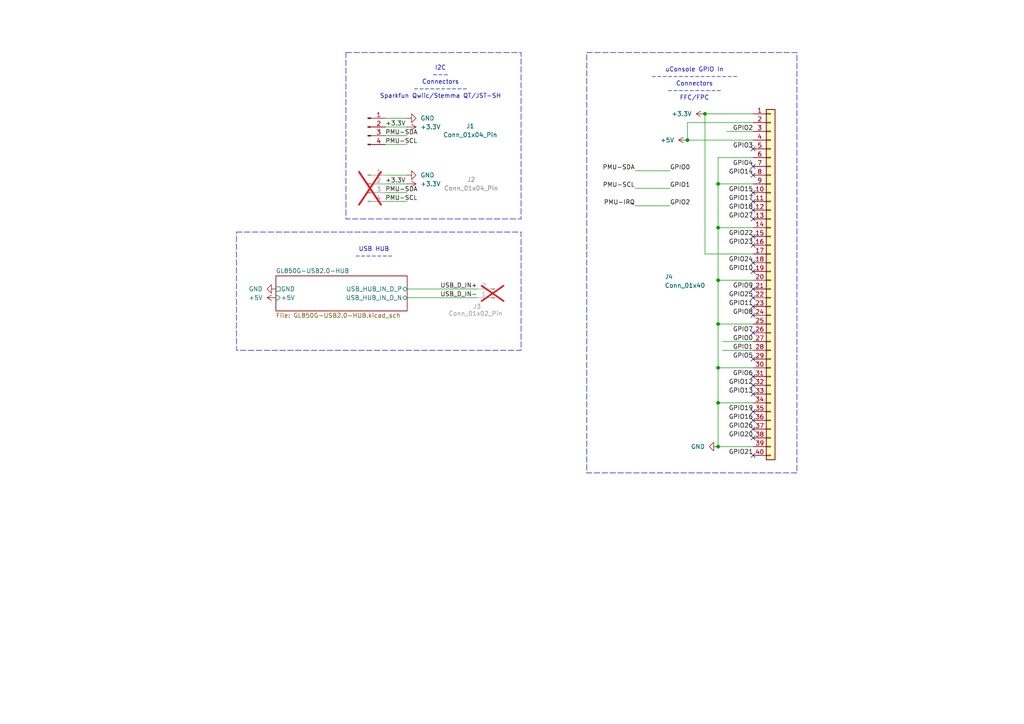
<source format=kicad_sch>
(kicad_sch (version 20231120) (generator "eeschema") (generator_version "8.0")
  (paper "A4")
  (lib_symbols
    (symbol "Connector:Conn_01x02_Pin" (pin_names (offset 1.016) hide)
      (property "Reference" "J" (at 0 2.54 0))
      (property "Value" "Conn_01x02_Pin" (at 0 -5.08 0))
      (symbol "Conn_01x02_Pin_1_1"
        (polyline (pts (xy 1.27 -2.54) (xy 0.8636 -2.54)) (stroke (width 0.1524)))
        (polyline (pts (xy 1.27 0) (xy 0.8636 0)) (stroke (width 0.1524)))
        (rectangle (start 0.8636 -2.413) (end 0 -2.667) (stroke (width 0.1524)) (fill (type outline)))
        (rectangle (start 0.8636 0.127) (end 0 -0.127) (stroke (width 0.1524)) (fill (type outline)))
        (pin passive line (at 5.08 0 180) (length 3.81) (name "Pin_1") (number "1"))
        (pin passive line (at 5.08 -2.54 180) (length 3.81) (name "Pin_2") (number "2"))
      )
    )
    (symbol "Connector:Conn_01x04_Pin" (pin_names (offset 1.016) hide)
      (property "Reference" "J" (at 0 5.08 0))
      (property "Value" "Conn_01x04_Pin" (at 0 -7.62 0))
      (symbol "Conn_01x04_Pin_1_1"
        (polyline (pts (xy 1.27 -5.08) (xy 0.8636 -5.08)) (stroke (width 0.1524)))
        (polyline (pts (xy 1.27 -2.54) (xy 0.8636 -2.54)) (stroke (width 0.1524)))
        (polyline (pts (xy 1.27 0) (xy 0.8636 0)) (stroke (width 0.1524)))
        (polyline (pts (xy 1.27 2.54) (xy 0.8636 2.54)) (stroke (width 0.1524)))
        (rectangle (start 0.8636 -4.953) (end 0 -5.207) (stroke (width 0.1524)) (fill (type outline)))
        (rectangle (start 0.8636 -2.413) (end 0 -2.667) (stroke (width 0.1524)) (fill (type outline)))
        (rectangle (start 0.8636 0.127) (end 0 -0.127) (stroke (width 0.1524)) (fill (type outline)))
        (rectangle (start 0.8636 2.667) (end 0 2.413) (stroke (width 0.1524)) (fill (type outline)))
        (pin passive line (at 5.08 2.54 180) (length 3.81) (name "Pin_1") (number "1"))
        (pin passive line (at 5.08 0 180) (length 3.81) (name "Pin_2") (number "2"))
        (pin passive line (at 5.08 -2.54 180) (length 3.81) (name "Pin_3") (number "3"))
        (pin passive line (at 5.08 -5.08 180) (length 3.81) (name "Pin_4") (number "4"))
      )
    )
    (symbol "Connector_Generic:Conn_01x40" (pin_names (offset 1.016) hide)
      (property "Reference" "J" (at 0 50.8 0))
      (property "Value" "Conn_01x40" (at 0 -53.34 0))
      (symbol "Conn_01x40_1_1"
        (rectangle (start -1.27 -50.673) (end 0 -50.927) (stroke (width 0.1524)))
        (rectangle (start -1.27 -48.133) (end 0 -48.387) (stroke (width 0.1524)))
        (rectangle (start -1.27 -45.593) (end 0 -45.847) (stroke (width 0.1524)))
        (rectangle (start -1.27 -43.053) (end 0 -43.307) (stroke (width 0.1524)))
        (rectangle (start -1.27 -40.513) (end 0 -40.767) (stroke (width 0.1524)))
        (rectangle (start -1.27 -37.973) (end 0 -38.227) (stroke (width 0.1524)))
        (rectangle (start -1.27 -35.433) (end 0 -35.687) (stroke (width 0.1524)))
        (rectangle (start -1.27 -32.893) (end 0 -33.147) (stroke (width 0.1524)))
        (rectangle (start -1.27 -30.353) (end 0 -30.607) (stroke (width 0.1524)))
        (rectangle (start -1.27 -27.813) (end 0 -28.067) (stroke (width 0.1524)))
        (rectangle (start -1.27 -25.273) (end 0 -25.527) (stroke (width 0.1524)))
        (rectangle (start -1.27 -22.733) (end 0 -22.987) (stroke (width 0.1524)))
        (rectangle (start -1.27 -20.193) (end 0 -20.447) (stroke (width 0.1524)))
        (rectangle (start -1.27 -17.653) (end 0 -17.907) (stroke (width 0.1524)))
        (rectangle (start -1.27 -15.113) (end 0 -15.367) (stroke (width 0.1524)))
        (rectangle (start -1.27 -12.573) (end 0 -12.827) (stroke (width 0.1524)))
        (rectangle (start -1.27 -10.033) (end 0 -10.287) (stroke (width 0.1524)))
        (rectangle (start -1.27 -7.493) (end 0 -7.747) (stroke (width 0.1524)))
        (rectangle (start -1.27 -4.953) (end 0 -5.207) (stroke (width 0.1524)))
        (rectangle (start -1.27 -2.413) (end 0 -2.667) (stroke (width 0.1524)))
        (rectangle (start -1.27 0.127) (end 0 -0.127) (stroke (width 0.1524)))
        (rectangle (start -1.27 2.667) (end 0 2.413) (stroke (width 0.1524)))
        (rectangle (start -1.27 5.207) (end 0 4.953) (stroke (width 0.1524)))
        (rectangle (start -1.27 7.747) (end 0 7.493) (stroke (width 0.1524)))
        (rectangle (start -1.27 10.287) (end 0 10.033) (stroke (width 0.1524)))
        (rectangle (start -1.27 12.827) (end 0 12.573) (stroke (width 0.1524)))
        (rectangle (start -1.27 15.367) (end 0 15.113) (stroke (width 0.1524)))
        (rectangle (start -1.27 17.907) (end 0 17.653) (stroke (width 0.1524)))
        (rectangle (start -1.27 20.447) (end 0 20.193) (stroke (width 0.1524)))
        (rectangle (start -1.27 22.987) (end 0 22.733) (stroke (width 0.1524)))
        (rectangle (start -1.27 25.527) (end 0 25.273) (stroke (width 0.1524)))
        (rectangle (start -1.27 28.067) (end 0 27.813) (stroke (width 0.1524)))
        (rectangle (start -1.27 30.607) (end 0 30.353) (stroke (width 0.1524)))
        (rectangle (start -1.27 33.147) (end 0 32.893) (stroke (width 0.1524)))
        (rectangle (start -1.27 35.687) (end 0 35.433) (stroke (width 0.1524)))
        (rectangle (start -1.27 38.227) (end 0 37.973) (stroke (width 0.1524)))
        (rectangle (start -1.27 40.767) (end 0 40.513) (stroke (width 0.1524)))
        (rectangle (start -1.27 43.307) (end 0 43.053) (stroke (width 0.1524)))
        (rectangle (start -1.27 45.847) (end 0 45.593) (stroke (width 0.1524)))
        (rectangle (start -1.27 48.387) (end 0 48.133) (stroke (width 0.1524)))
        (rectangle (start -1.27 49.53) (end 1.27 -52.07) (stroke (width 0.254)) (fill (type background)))
        (pin passive line (at -5.08 48.26 0) (length 3.81) (name "Pin_1") (number "1"))
        (pin passive line (at -5.08 25.4 0) (length 3.81) (name "Pin_10") (number "10"))
        (pin passive line (at -5.08 22.86 0) (length 3.81) (name "Pin_11") (number "11"))
        (pin passive line (at -5.08 20.32 0) (length 3.81) (name "Pin_12") (number "12"))
        (pin passive line (at -5.08 17.78 0) (length 3.81) (name "Pin_13") (number "13"))
        (pin passive line (at -5.08 15.24 0) (length 3.81) (name "Pin_14") (number "14"))
        (pin passive line (at -5.08 12.7 0) (length 3.81) (name "Pin_15") (number "15"))
        (pin passive line (at -5.08 10.16 0) (length 3.81) (name "Pin_16") (number "16"))
        (pin passive line (at -5.08 7.62 0) (length 3.81) (name "Pin_17") (number "17"))
        (pin passive line (at -5.08 5.08 0) (length 3.81) (name "Pin_18") (number "18"))
        (pin passive line (at -5.08 2.54 0) (length 3.81) (name "Pin_19") (number "19"))
        (pin passive line (at -5.08 45.72 0) (length 3.81) (name "Pin_2") (number "2"))
        (pin passive line (at -5.08 0 0) (length 3.81) (name "Pin_20") (number "20"))
        (pin passive line (at -5.08 -2.54 0) (length 3.81) (name "Pin_21") (number "21"))
        (pin passive line (at -5.08 -5.08 0) (length 3.81) (name "Pin_22") (number "22"))
        (pin passive line (at -5.08 -7.62 0) (length 3.81) (name "Pin_23") (number "23"))
        (pin passive line (at -5.08 -10.16 0) (length 3.81) (name "Pin_24") (number "24"))
        (pin passive line (at -5.08 -12.7 0) (length 3.81) (name "Pin_25") (number "25"))
        (pin passive line (at -5.08 -15.24 0) (length 3.81) (name "Pin_26") (number "26"))
        (pin passive line (at -5.08 -17.78 0) (length 3.81) (name "Pin_27") (number "27"))
        (pin passive line (at -5.08 -20.32 0) (length 3.81) (name "Pin_28") (number "28"))
        (pin passive line (at -5.08 -22.86 0) (length 3.81) (name "Pin_29") (number "29"))
        (pin passive line (at -5.08 43.18 0) (length 3.81) (name "Pin_3") (number "3"))
        (pin passive line (at -5.08 -25.4 0) (length 3.81) (name "Pin_30") (number "30"))
        (pin passive line (at -5.08 -27.94 0) (length 3.81) (name "Pin_31") (number "31"))
        (pin passive line (at -5.08 -30.48 0) (length 3.81) (name "Pin_32") (number "32"))
        (pin passive line (at -5.08 -33.02 0) (length 3.81) (name "Pin_33") (number "33"))
        (pin passive line (at -5.08 -35.56 0) (length 3.81) (name "Pin_34") (number "34"))
        (pin passive line (at -5.08 -38.1 0) (length 3.81) (name "Pin_35") (number "35"))
        (pin passive line (at -5.08 -40.64 0) (length 3.81) (name "Pin_36") (number "36"))
        (pin passive line (at -5.08 -43.18 0) (length 3.81) (name "Pin_37") (number "37"))
        (pin passive line (at -5.08 -45.72 0) (length 3.81) (name "Pin_38") (number "38"))
        (pin passive line (at -5.08 -48.26 0) (length 3.81) (name "Pin_39") (number "39"))
        (pin passive line (at -5.08 40.64 0) (length 3.81) (name "Pin_4") (number "4"))
        (pin passive line (at -5.08 -50.8 0) (length 3.81) (name "Pin_40") (number "40"))
        (pin passive line (at -5.08 38.1 0) (length 3.81) (name "Pin_5") (number "5"))
        (pin passive line (at -5.08 35.56 0) (length 3.81) (name "Pin_6") (number "6"))
        (pin passive line (at -5.08 33.02 0) (length 3.81) (name "Pin_7") (number "7"))
        (pin passive line (at -5.08 30.48 0) (length 3.81) (name "Pin_8") (number "8"))
        (pin passive line (at -5.08 27.94 0) (length 3.81) (name "Pin_9") (number "9"))
      )
    )
    (symbol "power:+3.3V" (power) (pin_numbers hide) (pin_names (offset 0) hide)
      (property "Value" "+3.3V" (at 0 3.556 0))
      (symbol "+3.3V_0_1"
        (polyline (pts (xy -0.762 1.27) (xy 0 2.54)))
        (polyline (pts (xy 0 0) (xy 0 2.54)))
        (polyline (pts (xy 0 2.54) (xy 0.762 1.27)))
      )
      (symbol "+3.3V_1_1"
        (pin power_in line (at 0 0 90) (length 0) (name "~") (number "1"))
      )
    )
    (symbol "power:+5V" (power) (pin_numbers hide) (pin_names (offset 0) hide)
      (property "Value" "+5V" (at 0 3.556 0))
      (symbol "+5V_0_1"
        (polyline (pts (xy -0.762 1.27) (xy 0 2.54)))
        (polyline (pts (xy 0 0) (xy 0 2.54)))
        (polyline (pts (xy 0 2.54) (xy 0.762 1.27)))
      )
      (symbol "+5V_1_1"
        (pin power_in line (at 0 0 90) (length 0) (name "~") (number "1"))
      )
    )
    (symbol "power:GND" (power) (pin_numbers hide) (pin_names (offset 0) hide)
      (property "Value" "GND" (at 0 -3.81 0))
      (symbol "GND_0_1"
        (polyline (pts (xy 0 0) (xy 0 -1.27) (xy 1.27 -1.27) (xy 0 -2.54) (xy -1.27 -1.27) (xy 0 -1.27)))
      )
      (symbol "GND_1_1"
        (pin power_in line (at 0 0 270) (length 0) (name "~") (number "1"))
      )
    )
  )
  (junction (at 208.28 93.98))
  (junction (at 208.28 106.68))
  (junction (at 208.28 66.04))
  (junction (at 208.28 129.54))
  (junction (at 208.28 53.34))
  (junction (at 208.28 116.84))
  (junction (at 204.47 33.02))
  (junction (at 208.28 81.28))
  (junction (at 199.39 40.64))
  (no_connect (at 218.44 119.38))
  (no_connect (at 218.44 55.88))
  (no_connect (at 218.44 132.08))
  (no_connect (at 218.44 109.22))
  (no_connect (at 218.44 71.12))
  (no_connect (at 218.44 88.9))
  (no_connect (at 218.44 43.18))
  (no_connect (at 218.44 63.5))
  (no_connect (at 218.44 76.2))
  (no_connect (at 218.44 86.36))
  (no_connect (at 218.44 124.46))
  (no_connect (at 218.44 78.74))
  (no_connect (at 218.44 91.44))
  (no_connect (at 218.44 48.26))
  (no_connect (at 218.44 114.3))
  (no_connect (at 218.44 83.82))
  (no_connect (at 218.44 60.96))
  (no_connect (at 218.44 127))
  (no_connect (at 218.44 58.42))
  (no_connect (at 218.44 121.92))
  (no_connect (at 218.44 111.76))
  (no_connect (at 218.44 68.58))
  (no_connect (at 218.44 50.8))
  (no_connect (at 218.44 96.52))
  (no_connect (at 218.44 104.14))
  (wire (pts (xy 184.15 49.53) (xy 194.31 49.53)))
  (wire (pts (xy 111.76 36.83) (xy 118.11 36.83)))
  (wire (pts (xy 208.28 53.34) (xy 218.44 53.34)))
  (wire (pts (xy 111.76 39.37) (xy 118.11 39.37)))
  (wire (pts (xy 199.39 35.56) (xy 199.39 40.64)))
  (wire (pts (xy 199.39 40.64) (xy 218.44 40.64)))
  (wire (pts (xy 208.28 93.98) (xy 208.28 106.68)))
  (wire (pts (xy 111.76 41.91) (xy 118.11 41.91)))
  (wire (pts (xy 184.15 54.61) (xy 194.31 54.61)))
  (wire (pts (xy 118.11 83.82) (xy 138.43 83.82)))
  (wire (pts (xy 210.82 38.1) (xy 218.44 38.1)))
  (wire (pts (xy 208.28 53.34) (xy 208.28 66.04)))
  (wire (pts (xy 208.28 93.98) (xy 218.44 93.98)))
  (wire (pts (xy 204.47 73.66) (xy 218.44 73.66)))
  (wire (pts (xy 208.28 81.28) (xy 218.44 81.28)))
  (wire (pts (xy 208.28 45.72) (xy 208.28 53.34)))
  (wire (pts (xy 111.76 50.8) (xy 118.11 50.8)))
  (wire (pts (xy 208.28 116.84) (xy 218.44 116.84)))
  (wire (pts (xy 208.28 66.04) (xy 218.44 66.04)))
  (wire (pts (xy 209.55 101.6) (xy 218.44 101.6)))
  (wire (pts (xy 184.15 59.69) (xy 194.31 59.69)))
  (wire (pts (xy 111.76 34.29) (xy 118.11 34.29)))
  (wire (pts (xy 208.28 129.54) (xy 218.44 129.54)))
  (wire (pts (xy 208.28 106.68) (xy 208.28 116.84)))
  (wire (pts (xy 208.28 106.68) (xy 218.44 106.68)))
  (wire (pts (xy 111.76 53.34) (xy 118.11 53.34)))
  (wire (pts (xy 111.76 55.88) (xy 118.11 55.88)))
  (wire (pts (xy 208.28 116.84) (xy 208.28 129.54)))
  (wire (pts (xy 208.28 66.04) (xy 208.28 81.28)))
  (wire (pts (xy 204.47 33.02) (xy 218.44 33.02)))
  (wire (pts (xy 208.28 45.72) (xy 218.44 45.72)))
  (wire (pts (xy 111.76 58.42) (xy 118.11 58.42)))
  (wire (pts (xy 209.55 99.06) (xy 218.44 99.06)))
  (wire (pts (xy 118.11 86.36) (xy 138.43 86.36)))
  (wire (pts (xy 199.39 35.56) (xy 218.44 35.56)))
  (wire (pts (xy 208.28 81.28) (xy 208.28 93.98)))
  (wire (pts (xy 204.47 33.02) (xy 204.47 73.66)))
  (rectangle (start 68.58 67.31) (end 151.13 101.6) (stroke (width 0) (type dash)))
  (rectangle (start 100.33 15.24) (end 151.13 63.5) (stroke (width 0) (type dash)))
  (rectangle (start 170.18 15.24) (end 231.14 137.16) (stroke (width 0) (type dash)))
  (text "uConsole GPIO In\n----------------\nConnectors\n----------\nFFC/FPC" (at 201.422 19.558 0) (effects (font (size 1.27 1.27)) (justify top)))
  (text "USB HUB\n-------" (at 108.458 71.628 0) (effects (font (size 1.27 1.27)) (justify top)))
  (text "I2C\n---\nConnectors\n----------\nSparkfun Qwiic/Stemma QT/JST-SH" (at 127.762 19.05 0) (effects (font (size 1.27 1.27)) (justify top)))
  (label "GPIO3" (at 218.44 43.18 180))
  (label "GPIO5" (at 218.44 104.14 180))
  (label "+3.3V" (at 111.76 36.83 0))
  (label "GPIO27" (at 218.44 63.5 180))
  (label "GPIO2" (at 194.31 59.69 0))
  (label "PMU-SCL" (at 184.15 54.61 180))
  (label "PMU-SDA" (at 111.76 39.37 0))
  (label "GPIO26" (at 218.44 124.46 180))
  (label "GPIO12" (at 218.44 111.76 180))
  (label "GPIO0" (at 218.44 99.06 180))
  (label "GPIO7" (at 218.44 96.52 180))
  (label "GPIO22" (at 218.44 68.58 180))
  (label "GPIO2" (at 218.44 38.1 180))
  (label "GPIO16" (at 218.44 121.92 180))
  (label "PMU-IRQ" (at 184.15 59.69 180))
  (label "GPIO23" (at 218.44 71.12 180))
  (label "GPIO1" (at 194.31 54.61 0))
  (label "GPIO17" (at 218.44 58.42 180))
  (label "GPIO4" (at 218.44 48.26 180))
  (label "GPIO6" (at 218.44 109.22 180))
  (label "GPIO10" (at 218.44 78.74 180))
  (label "PMU-SDA" (at 184.15 49.53 180))
  (label "PMU-SDA" (at 111.76 55.88 0))
  (label "PMU-SCL" (at 111.76 58.42 0))
  (label "USB_D_IN+" (at 138.43 83.82 180))
  (label "PMU-SCL" (at 111.76 41.91 0))
  (label "GPIO8" (at 218.44 91.44 180))
  (label "GPIO14" (at 218.44 50.8 180))
  (label "GPIO15" (at 218.44 55.88 180))
  (label "GPIO9" (at 218.44 83.82 180))
  (label "GPIO25" (at 218.44 86.36 180))
  (label "GPIO24" (at 218.44 76.2 180))
  (label "GPIO0" (at 194.31 49.53 0))
  (label "GPIO11" (at 218.44 88.9 180))
  (label "GPIO18" (at 218.44 60.96 180))
  (label "GPIO20" (at 218.44 127 180))
  (label "GPIO13" (at 218.44 114.3 180))
  (label "GPIO1" (at 218.44 101.6 180))
  (label "GPIO19" (at 218.44 119.38 180))
  (label "GPIO21" (at 218.44 132.08 180))
  (label "USB_D_IN-" (at 138.43 86.36 180))
  (label "+3.3V" (at 111.76 53.34 0))
  (symbol (lib_id "power:+5V") (at 80.01 86.36 90) (unit 1)
    (property "Reference" "#PWR05" (effects (hide yes)))
    (property "Value" "+5V" (at 76.2 86.3599 90) (effects (justify left)))
    (property "Description" "Power symbol creates a global label with name \"+5V\"" (effects (hide yes)))
  )
  (symbol (lib_id "Connector_Generic:Conn_01x40") (at 223.52 81.28 0) (unit 1)
    (property "Reference" "J4" (at 192.786 80.264 0) (effects (justify left)))
    (property "Value" "Conn_01x40" (at 192.786 82.804 0) (effects (justify left)))
    (property "Footprint" "Connector_FFC-FPC:TE_4-1734839-0_1x40-1MP_P0.5mm_Horizontal" (effects (hide yes)))
    (property "Description" "Generic connector, single row, 01x40, script generated (kicad-library-utils/schlib/autogen/connector/)" (effects (hide yes)))
  )
  (symbol (lib_id "power:+3.3V") (at 118.11 36.83 270) (unit 1)
    (property "Reference" "#PWR07" (effects (hide yes)))
    (property "Value" "+3.3V" (at 121.92 36.8299 90) (effects (justify left)))
    (property "Description" "Power symbol creates a global label with name \"+3.3V\"" (effects (hide yes)))
  )
  (symbol (lib_id "power:GND") (at 80.01 83.82 270) (unit 1)
    (property "Reference" "#PWR010" (effects (hide yes)))
    (property "Value" "GND" (at 76.2 83.8199 90) (effects (justify right)))
    (property "Description" "Power symbol creates a global label with name \"GND\" , ground" (effects (hide yes)))
  )
  (symbol (lib_id "Connector:Conn_01x04_Pin") (at 106.68 53.34 0) (unit 1) (in_bom no) (dnp yes)
    (property "Reference" "J2" (at 136.652 52.07 0))
    (property "Value" "Conn_01x04_Pin" (at 136.652 54.61 0))
    (property "Footprint" "Connector_PinHeader_2.54mm:PinHeader_1x04_P2.54mm_Vertical" (effects (hide yes)))
    (property "Description" "Generic connector, single row, 01x04, script generated" (effects (hide yes)))
  )
  (symbol (lib_id "Connector:Conn_01x04_Pin") (at 106.68 36.83 0) (unit 1)
    (property "Reference" "J1" (at 136.398 36.576 0))
    (property "Value" "Conn_01x04_Pin" (at 136.398 39.116 0))
    (property "Footprint" "Connector_JST:JST_PH_S4B-PH-K_1x04_P2.00mm_Horizontal" (effects (hide yes)))
    (property "Description" "Generic connector, single row, 01x04, script generated" (effects (hide yes)))
  )
  (symbol (lib_id "power:+3.3V") (at 204.47 33.02 90) (unit 1)
    (property "Reference" "#PWR09" (effects (hide yes)))
    (property "Value" "+3.3V" (at 200.66 33.0199 90) (effects (justify left)))
    (property "Description" "Power symbol creates a global label with name \"+3.3V\"" (effects (hide yes)))
  )
  (symbol (lib_id "power:+5V") (at 199.39 40.64 90) (unit 1)
    (property "Reference" "#PWR06" (effects (hide yes)))
    (property "Value" "+5V" (at 195.58 40.6399 90) (effects (justify left)))
    (property "Description" "Power symbol creates a global label with name \"+5V\"" (effects (hide yes)))
  )
  (symbol (lib_id "power:GND") (at 208.28 129.54 270) (unit 1)
    (property "Reference" "#PWR018" (effects (hide yes)))
    (property "Value" "GND" (at 204.47 129.5399 90) (effects (justify right)))
    (property "Description" "Power symbol creates a global label with name \"GND\" , ground" (effects (hide yes)))
  )
  (symbol (lib_id "power:GND") (at 118.11 50.8 90) (unit 1)
    (property "Reference" "#PWR02" (effects (hide yes)))
    (property "Value" "GND" (at 121.92 50.7999 90) (effects (justify right)))
    (property "Description" "Power symbol creates a global label with name \"GND\" , ground" (effects (hide yes)))
  )
  (symbol (lib_id "power:GND") (at 118.11 34.29 90) (unit 1)
    (property "Reference" "#PWR01" (effects (hide yes)))
    (property "Value" "GND" (at 121.92 34.2899 90) (effects (justify right)))
    (property "Description" "Power symbol creates a global label with name \"GND\" , ground" (effects (hide yes)))
  )
  (symbol (lib_id "Connector:Conn_01x02_Pin") (at 143.51 86.36 180) (unit 1) (dnp yes)
    (property "Reference" "J3" (at 137.16 88.9 0) (effects (justify right)))
    (property "Value" "Conn_01x02_Pin" (at 137.922 90.932 0))
    (property "Footprint" "Connector_PinHeader_2.54mm:PinHeader_1x02_P2.54mm_Vertical" (effects (hide yes)))
    (property "Description" "Generic connector, single row, 01x02, script generated" (effects (hide yes)))
  )
  (symbol (lib_id "power:+3.3V") (at 118.11 53.34 270) (unit 1)
    (property "Reference" "#PWR08" (effects (hide yes)))
    (property "Value" "+3.3V" (at 121.92 53.3399 90) (effects (justify left)))
    (property "Description" "Power symbol creates a global label with name \"+3.3V\"" (effects (hide yes)))
  )
  (sheet (at 80.01 80.01) (size 38.1 10.16) (stroke (width 0.1524))
    (property "Sheetname" "GL850G-USB2.0-HUB" (at 80.01 79.2984 0) (effects (justify left bottom)))
    (property "Sheetfile" "GL850G-USB2.0-HUB.kicad_sch" (at 80.01 90.7546 0) (effects (justify left top)))
    (pin "GND" passive (at 80.01 83.82 180))
    (pin "+5V" input (at 80.01 86.36 180))
    (pin "USB_HUB_IN_D_P" bidirectional (at 118.11 83.82 0))
    (pin "USB_HUB_IN_D_N" bidirectional (at 118.11 86.36 0))
  )
)
</source>
